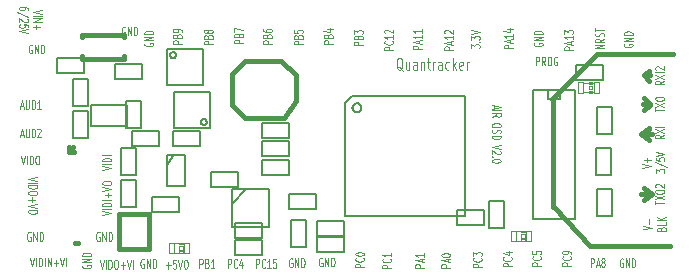
<source format=gto>
G04 (created by PCBNEW-RS274X (2011-05-25)-stable) date Thu 12 Mar 2015 10:15:44 GMT*
G01*
G70*
G90*
%MOIN*%
G04 Gerber Fmt 3.4, Leading zero omitted, Abs format*
%FSLAX34Y34*%
G04 APERTURE LIST*
%ADD10C,0.006000*%
%ADD11C,0.004900*%
%ADD12C,0.015000*%
%ADD13C,0.003900*%
%ADD14C,0.004400*%
%ADD15C,0.008000*%
%ADD16C,0.005000*%
%ADD17C,0.002600*%
%ADD18C,0.004000*%
G04 APERTURE END LIST*
G54D10*
G54D11*
X58507Y-32897D02*
X58480Y-32878D01*
X58454Y-32841D01*
X58415Y-32784D01*
X58388Y-32766D01*
X58362Y-32766D01*
X58375Y-32859D02*
X58349Y-32841D01*
X58323Y-32803D01*
X58310Y-32728D01*
X58310Y-32597D01*
X58323Y-32522D01*
X58349Y-32484D01*
X58375Y-32465D01*
X58428Y-32465D01*
X58454Y-32484D01*
X58480Y-32522D01*
X58494Y-32597D01*
X58494Y-32728D01*
X58480Y-32803D01*
X58454Y-32841D01*
X58428Y-32859D01*
X58375Y-32859D01*
X58730Y-32597D02*
X58730Y-32859D01*
X58612Y-32597D02*
X58612Y-32803D01*
X58625Y-32841D01*
X58651Y-32859D01*
X58691Y-32859D01*
X58717Y-32841D01*
X58730Y-32822D01*
X58980Y-32859D02*
X58980Y-32653D01*
X58967Y-32616D01*
X58941Y-32597D01*
X58888Y-32597D01*
X58862Y-32616D01*
X58980Y-32841D02*
X58954Y-32859D01*
X58888Y-32859D01*
X58862Y-32841D01*
X58849Y-32803D01*
X58849Y-32766D01*
X58862Y-32728D01*
X58888Y-32709D01*
X58954Y-32709D01*
X58980Y-32691D01*
X59112Y-32597D02*
X59112Y-32859D01*
X59112Y-32634D02*
X59125Y-32616D01*
X59151Y-32597D01*
X59191Y-32597D01*
X59217Y-32616D01*
X59230Y-32653D01*
X59230Y-32859D01*
X59322Y-32597D02*
X59427Y-32597D01*
X59362Y-32465D02*
X59362Y-32803D01*
X59375Y-32841D01*
X59401Y-32859D01*
X59427Y-32859D01*
X59520Y-32859D02*
X59520Y-32597D01*
X59520Y-32672D02*
X59533Y-32634D01*
X59546Y-32616D01*
X59572Y-32597D01*
X59599Y-32597D01*
X59809Y-32859D02*
X59809Y-32653D01*
X59796Y-32616D01*
X59770Y-32597D01*
X59717Y-32597D01*
X59691Y-32616D01*
X59809Y-32841D02*
X59783Y-32859D01*
X59717Y-32859D01*
X59691Y-32841D01*
X59678Y-32803D01*
X59678Y-32766D01*
X59691Y-32728D01*
X59717Y-32709D01*
X59783Y-32709D01*
X59809Y-32691D01*
X60059Y-32841D02*
X60033Y-32859D01*
X59980Y-32859D01*
X59954Y-32841D01*
X59941Y-32822D01*
X59928Y-32784D01*
X59928Y-32672D01*
X59941Y-32634D01*
X59954Y-32616D01*
X59980Y-32597D01*
X60033Y-32597D01*
X60059Y-32616D01*
X60178Y-32859D02*
X60178Y-32465D01*
X60204Y-32709D02*
X60283Y-32859D01*
X60283Y-32597D02*
X60178Y-32747D01*
X60506Y-32841D02*
X60480Y-32859D01*
X60427Y-32859D01*
X60401Y-32841D01*
X60388Y-32803D01*
X60388Y-32653D01*
X60401Y-32616D01*
X60427Y-32597D01*
X60480Y-32597D01*
X60506Y-32616D01*
X60519Y-32653D01*
X60519Y-32691D01*
X60388Y-32728D01*
X60638Y-32859D02*
X60638Y-32597D01*
X60638Y-32672D02*
X60651Y-32634D01*
X60664Y-32616D01*
X60690Y-32597D01*
X60717Y-32597D01*
X61565Y-34043D02*
X61565Y-34136D01*
X61481Y-34024D02*
X61776Y-34089D01*
X61481Y-34155D01*
X61481Y-34221D02*
X61776Y-34221D01*
X61481Y-34427D02*
X61622Y-34362D01*
X61481Y-34315D02*
X61776Y-34315D01*
X61776Y-34390D01*
X61762Y-34409D01*
X61748Y-34418D01*
X61720Y-34427D01*
X61678Y-34427D01*
X61650Y-34418D01*
X61636Y-34409D01*
X61622Y-34390D01*
X61622Y-34315D01*
X61776Y-34699D02*
X61776Y-34737D01*
X61762Y-34756D01*
X61734Y-34774D01*
X61678Y-34784D01*
X61579Y-34784D01*
X61523Y-34774D01*
X61495Y-34756D01*
X61481Y-34737D01*
X61481Y-34699D01*
X61495Y-34681D01*
X61523Y-34662D01*
X61579Y-34653D01*
X61678Y-34653D01*
X61734Y-34662D01*
X61762Y-34681D01*
X61776Y-34699D01*
X61495Y-34859D02*
X61481Y-34887D01*
X61481Y-34934D01*
X61495Y-34952D01*
X61509Y-34962D01*
X61537Y-34971D01*
X61565Y-34971D01*
X61593Y-34962D01*
X61608Y-34952D01*
X61622Y-34934D01*
X61636Y-34896D01*
X61650Y-34877D01*
X61664Y-34868D01*
X61692Y-34859D01*
X61720Y-34859D01*
X61748Y-34868D01*
X61762Y-34877D01*
X61776Y-34896D01*
X61776Y-34943D01*
X61762Y-34971D01*
X61481Y-35056D02*
X61776Y-35056D01*
X61776Y-35103D01*
X61762Y-35131D01*
X61734Y-35150D01*
X61706Y-35159D01*
X61650Y-35168D01*
X61608Y-35168D01*
X61551Y-35159D01*
X61523Y-35150D01*
X61495Y-35131D01*
X61481Y-35103D01*
X61481Y-35056D01*
X61776Y-35375D02*
X61481Y-35440D01*
X61776Y-35506D01*
X61748Y-35563D02*
X61762Y-35572D01*
X61776Y-35591D01*
X61776Y-35638D01*
X61762Y-35656D01*
X61748Y-35666D01*
X61720Y-35675D01*
X61692Y-35675D01*
X61650Y-35666D01*
X61481Y-35553D01*
X61481Y-35675D01*
X61509Y-35760D02*
X61495Y-35769D01*
X61481Y-35760D01*
X61495Y-35751D01*
X61509Y-35760D01*
X61481Y-35760D01*
X61776Y-35891D02*
X61776Y-35910D01*
X61762Y-35929D01*
X61748Y-35938D01*
X61720Y-35948D01*
X61664Y-35957D01*
X61593Y-35957D01*
X61537Y-35948D01*
X61509Y-35938D01*
X61495Y-35929D01*
X61481Y-35910D01*
X61481Y-35891D01*
X61495Y-35873D01*
X61509Y-35863D01*
X61537Y-35854D01*
X61593Y-35845D01*
X61664Y-35845D01*
X61720Y-35854D01*
X61748Y-35863D01*
X61762Y-35873D01*
X61776Y-35891D01*
X62949Y-32719D02*
X62949Y-32424D01*
X63024Y-32424D01*
X63043Y-32438D01*
X63052Y-32452D01*
X63061Y-32480D01*
X63061Y-32522D01*
X63052Y-32550D01*
X63043Y-32564D01*
X63024Y-32578D01*
X62949Y-32578D01*
X63258Y-32719D02*
X63193Y-32578D01*
X63146Y-32719D02*
X63146Y-32424D01*
X63221Y-32424D01*
X63240Y-32438D01*
X63249Y-32452D01*
X63258Y-32480D01*
X63258Y-32522D01*
X63249Y-32550D01*
X63240Y-32564D01*
X63221Y-32578D01*
X63146Y-32578D01*
X63380Y-32424D02*
X63418Y-32424D01*
X63437Y-32438D01*
X63455Y-32466D01*
X63465Y-32522D01*
X63465Y-32621D01*
X63455Y-32677D01*
X63437Y-32705D01*
X63418Y-32719D01*
X63380Y-32719D01*
X63362Y-32705D01*
X63343Y-32677D01*
X63334Y-32621D01*
X63334Y-32522D01*
X63343Y-32466D01*
X63362Y-32438D01*
X63380Y-32424D01*
X63652Y-32438D02*
X63633Y-32424D01*
X63605Y-32424D01*
X63577Y-32438D01*
X63558Y-32466D01*
X63549Y-32494D01*
X63540Y-32550D01*
X63540Y-32592D01*
X63549Y-32649D01*
X63558Y-32677D01*
X63577Y-32705D01*
X63605Y-32719D01*
X63624Y-32719D01*
X63652Y-32705D01*
X63661Y-32691D01*
X63661Y-32592D01*
X63624Y-32592D01*
G54D12*
X66800Y-37000D02*
X66550Y-37200D01*
X66800Y-37000D02*
X66550Y-36800D01*
X66450Y-37000D02*
X66800Y-37000D01*
X66450Y-35000D02*
X66700Y-35200D01*
X66700Y-34800D02*
X66700Y-34850D01*
X66450Y-35000D02*
X66700Y-34800D01*
X66800Y-35000D02*
X66450Y-35000D01*
X66750Y-34050D02*
X66550Y-34200D01*
X66750Y-34000D02*
X66550Y-33800D01*
X66700Y-34000D02*
X66750Y-34000D01*
X66500Y-34000D02*
X66700Y-34000D01*
X66550Y-33050D02*
X66700Y-33250D01*
X66700Y-32900D02*
X66550Y-33050D01*
X66550Y-33050D02*
X66700Y-32900D01*
X66550Y-33050D02*
X66750Y-33050D01*
G54D11*
X67219Y-33224D02*
X67078Y-33289D01*
X67219Y-33336D02*
X66924Y-33336D01*
X66924Y-33261D01*
X66938Y-33242D01*
X66952Y-33233D01*
X66980Y-33224D01*
X67022Y-33224D01*
X67050Y-33233D01*
X67064Y-33242D01*
X67078Y-33261D01*
X67078Y-33336D01*
X66924Y-33158D02*
X67219Y-33027D01*
X66924Y-33027D02*
X67219Y-33158D01*
X67219Y-32951D02*
X66924Y-32951D01*
X66952Y-32866D02*
X66938Y-32857D01*
X66924Y-32838D01*
X66924Y-32791D01*
X66938Y-32773D01*
X66952Y-32763D01*
X66980Y-32754D01*
X67008Y-32754D01*
X67050Y-32763D01*
X67219Y-32876D01*
X67219Y-32754D01*
X66924Y-34253D02*
X66924Y-34141D01*
X67219Y-34197D02*
X66924Y-34197D01*
X66924Y-34094D02*
X67219Y-33963D01*
X66924Y-33963D02*
X67219Y-34094D01*
X66924Y-33850D02*
X66924Y-33812D01*
X66938Y-33793D01*
X66966Y-33775D01*
X67022Y-33765D01*
X67121Y-33765D01*
X67177Y-33775D01*
X67205Y-33793D01*
X67219Y-33812D01*
X67219Y-33850D01*
X67205Y-33868D01*
X67177Y-33887D01*
X67121Y-33896D01*
X67022Y-33896D01*
X66966Y-33887D01*
X66938Y-33868D01*
X66924Y-33850D01*
X67219Y-35030D02*
X67078Y-35095D01*
X67219Y-35142D02*
X66924Y-35142D01*
X66924Y-35067D01*
X66938Y-35048D01*
X66952Y-35039D01*
X66980Y-35030D01*
X67022Y-35030D01*
X67050Y-35039D01*
X67064Y-35048D01*
X67078Y-35067D01*
X67078Y-35142D01*
X66924Y-34964D02*
X67219Y-34833D01*
X66924Y-34833D02*
X67219Y-34964D01*
X67219Y-34757D02*
X66924Y-34757D01*
X66924Y-37347D02*
X66924Y-37235D01*
X67219Y-37291D02*
X66924Y-37291D01*
X66924Y-37188D02*
X67219Y-37057D01*
X66924Y-37057D02*
X67219Y-37188D01*
X66924Y-36944D02*
X66924Y-36906D01*
X66938Y-36887D01*
X66966Y-36869D01*
X67022Y-36859D01*
X67121Y-36859D01*
X67177Y-36869D01*
X67205Y-36887D01*
X67219Y-36906D01*
X67219Y-36944D01*
X67205Y-36962D01*
X67177Y-36981D01*
X67121Y-36990D01*
X67022Y-36990D01*
X66966Y-36981D01*
X66938Y-36962D01*
X66924Y-36944D01*
X66952Y-36784D02*
X66938Y-36775D01*
X66924Y-36756D01*
X66924Y-36709D01*
X66938Y-36691D01*
X66952Y-36681D01*
X66980Y-36672D01*
X67008Y-36672D01*
X67050Y-36681D01*
X67219Y-36794D01*
X67219Y-36672D01*
X66474Y-36137D02*
X66769Y-36072D01*
X66474Y-36006D01*
X66657Y-35940D02*
X66657Y-35790D01*
X66769Y-35865D02*
X66544Y-35865D01*
X66936Y-36297D02*
X66936Y-36175D01*
X67048Y-36241D01*
X67048Y-36212D01*
X67062Y-36194D01*
X67076Y-36184D01*
X67104Y-36175D01*
X67175Y-36175D01*
X67203Y-36184D01*
X67217Y-36194D01*
X67231Y-36212D01*
X67231Y-36269D01*
X67217Y-36287D01*
X67203Y-36297D01*
X66922Y-35949D02*
X67301Y-36118D01*
X66936Y-35790D02*
X66936Y-35884D01*
X67076Y-35893D01*
X67062Y-35884D01*
X67048Y-35865D01*
X67048Y-35818D01*
X67062Y-35800D01*
X67076Y-35790D01*
X67104Y-35781D01*
X67175Y-35781D01*
X67203Y-35790D01*
X67217Y-35800D01*
X67231Y-35818D01*
X67231Y-35865D01*
X67217Y-35884D01*
X67203Y-35893D01*
X66936Y-35724D02*
X67231Y-35659D01*
X66936Y-35593D01*
X66524Y-38187D02*
X66819Y-38122D01*
X66524Y-38056D01*
X66707Y-37990D02*
X66707Y-37840D01*
X67126Y-38163D02*
X67140Y-38135D01*
X67154Y-38126D01*
X67183Y-38117D01*
X67225Y-38117D01*
X67253Y-38126D01*
X67267Y-38135D01*
X67281Y-38154D01*
X67281Y-38229D01*
X66986Y-38229D01*
X66986Y-38163D01*
X67000Y-38145D01*
X67014Y-38135D01*
X67042Y-38126D01*
X67070Y-38126D01*
X67098Y-38135D01*
X67112Y-38145D01*
X67126Y-38163D01*
X67126Y-38229D01*
X67281Y-37938D02*
X67281Y-38032D01*
X66986Y-38032D01*
X67281Y-37873D02*
X66986Y-37873D01*
X67281Y-37761D02*
X67112Y-37845D01*
X66986Y-37761D02*
X67154Y-37873D01*
G54D12*
X63500Y-33850D02*
X63500Y-37450D01*
X65000Y-32350D02*
X67500Y-32350D01*
X64750Y-38750D02*
X63550Y-37450D01*
X67400Y-38750D02*
X64750Y-38750D01*
G54D11*
X65850Y-39163D02*
X65831Y-39149D01*
X65803Y-39149D01*
X65775Y-39163D01*
X65756Y-39191D01*
X65747Y-39219D01*
X65738Y-39275D01*
X65738Y-39317D01*
X65747Y-39374D01*
X65756Y-39402D01*
X65775Y-39430D01*
X65803Y-39444D01*
X65822Y-39444D01*
X65850Y-39430D01*
X65859Y-39416D01*
X65859Y-39317D01*
X65822Y-39317D01*
X65944Y-39444D02*
X65944Y-39149D01*
X66056Y-39444D01*
X66056Y-39149D01*
X66150Y-39444D02*
X66150Y-39149D01*
X66197Y-39149D01*
X66225Y-39163D01*
X66244Y-39191D01*
X66253Y-39219D01*
X66262Y-39275D01*
X66262Y-39317D01*
X66253Y-39374D01*
X66244Y-39402D01*
X66225Y-39430D01*
X66197Y-39444D01*
X66150Y-39444D01*
X64770Y-39444D02*
X64770Y-39149D01*
X64845Y-39149D01*
X64864Y-39163D01*
X64873Y-39177D01*
X64882Y-39205D01*
X64882Y-39247D01*
X64873Y-39275D01*
X64864Y-39289D01*
X64845Y-39303D01*
X64770Y-39303D01*
X64958Y-39360D02*
X65051Y-39360D01*
X64939Y-39444D02*
X65004Y-39149D01*
X65070Y-39444D01*
X65164Y-39275D02*
X65145Y-39261D01*
X65136Y-39247D01*
X65127Y-39219D01*
X65127Y-39205D01*
X65136Y-39177D01*
X65145Y-39163D01*
X65164Y-39149D01*
X65202Y-39149D01*
X65220Y-39163D01*
X65230Y-39177D01*
X65239Y-39205D01*
X65239Y-39219D01*
X65230Y-39247D01*
X65220Y-39261D01*
X65202Y-39275D01*
X65164Y-39275D01*
X65145Y-39289D01*
X65136Y-39303D01*
X65127Y-39332D01*
X65127Y-39388D01*
X65136Y-39416D01*
X65145Y-39430D01*
X65164Y-39444D01*
X65202Y-39444D01*
X65220Y-39430D01*
X65230Y-39416D01*
X65239Y-39388D01*
X65239Y-39332D01*
X65230Y-39303D01*
X65220Y-39289D01*
X65202Y-39275D01*
X64119Y-39394D02*
X63824Y-39394D01*
X63824Y-39319D01*
X63838Y-39300D01*
X63852Y-39291D01*
X63880Y-39282D01*
X63922Y-39282D01*
X63950Y-39291D01*
X63964Y-39300D01*
X63978Y-39319D01*
X63978Y-39394D01*
X64091Y-39085D02*
X64105Y-39094D01*
X64119Y-39122D01*
X64119Y-39141D01*
X64105Y-39169D01*
X64077Y-39188D01*
X64049Y-39197D01*
X63992Y-39206D01*
X63950Y-39206D01*
X63894Y-39197D01*
X63866Y-39188D01*
X63838Y-39169D01*
X63824Y-39141D01*
X63824Y-39122D01*
X63838Y-39094D01*
X63852Y-39085D01*
X64119Y-38991D02*
X64119Y-38953D01*
X64105Y-38934D01*
X64091Y-38925D01*
X64049Y-38906D01*
X63992Y-38897D01*
X63880Y-38897D01*
X63852Y-38906D01*
X63838Y-38916D01*
X63824Y-38934D01*
X63824Y-38972D01*
X63838Y-38991D01*
X63852Y-39000D01*
X63880Y-39009D01*
X63950Y-39009D01*
X63978Y-39000D01*
X63992Y-38991D01*
X64007Y-38972D01*
X64007Y-38934D01*
X63992Y-38916D01*
X63978Y-38906D01*
X63950Y-38897D01*
X63119Y-39394D02*
X62824Y-39394D01*
X62824Y-39319D01*
X62838Y-39300D01*
X62852Y-39291D01*
X62880Y-39282D01*
X62922Y-39282D01*
X62950Y-39291D01*
X62964Y-39300D01*
X62978Y-39319D01*
X62978Y-39394D01*
X63091Y-39085D02*
X63105Y-39094D01*
X63119Y-39122D01*
X63119Y-39141D01*
X63105Y-39169D01*
X63077Y-39188D01*
X63049Y-39197D01*
X62992Y-39206D01*
X62950Y-39206D01*
X62894Y-39197D01*
X62866Y-39188D01*
X62838Y-39169D01*
X62824Y-39141D01*
X62824Y-39122D01*
X62838Y-39094D01*
X62852Y-39085D01*
X62824Y-38906D02*
X62824Y-39000D01*
X62964Y-39009D01*
X62950Y-39000D01*
X62936Y-38981D01*
X62936Y-38934D01*
X62950Y-38916D01*
X62964Y-38906D01*
X62992Y-38897D01*
X63063Y-38897D01*
X63091Y-38906D01*
X63105Y-38916D01*
X63119Y-38934D01*
X63119Y-38981D01*
X63105Y-39000D01*
X63091Y-39009D01*
X62144Y-39419D02*
X61849Y-39419D01*
X61849Y-39344D01*
X61863Y-39325D01*
X61877Y-39316D01*
X61905Y-39307D01*
X61947Y-39307D01*
X61975Y-39316D01*
X61989Y-39325D01*
X62003Y-39344D01*
X62003Y-39419D01*
X62116Y-39110D02*
X62130Y-39119D01*
X62144Y-39147D01*
X62144Y-39166D01*
X62130Y-39194D01*
X62102Y-39213D01*
X62074Y-39222D01*
X62017Y-39231D01*
X61975Y-39231D01*
X61919Y-39222D01*
X61891Y-39213D01*
X61863Y-39194D01*
X61849Y-39166D01*
X61849Y-39147D01*
X61863Y-39119D01*
X61877Y-39110D01*
X61947Y-38941D02*
X62144Y-38941D01*
X61835Y-38988D02*
X62046Y-39034D01*
X62046Y-38913D01*
X61144Y-39444D02*
X60849Y-39444D01*
X60849Y-39369D01*
X60863Y-39350D01*
X60877Y-39341D01*
X60905Y-39332D01*
X60947Y-39332D01*
X60975Y-39341D01*
X60989Y-39350D01*
X61003Y-39369D01*
X61003Y-39444D01*
X61116Y-39135D02*
X61130Y-39144D01*
X61144Y-39172D01*
X61144Y-39191D01*
X61130Y-39219D01*
X61102Y-39238D01*
X61074Y-39247D01*
X61017Y-39256D01*
X60975Y-39256D01*
X60919Y-39247D01*
X60891Y-39238D01*
X60863Y-39219D01*
X60849Y-39191D01*
X60849Y-39172D01*
X60863Y-39144D01*
X60877Y-39135D01*
X60849Y-39069D02*
X60849Y-38947D01*
X60961Y-39013D01*
X60961Y-38984D01*
X60975Y-38966D01*
X60989Y-38956D01*
X61017Y-38947D01*
X61088Y-38947D01*
X61116Y-38956D01*
X61130Y-38966D01*
X61144Y-38984D01*
X61144Y-39041D01*
X61130Y-39059D01*
X61116Y-39069D01*
X60094Y-39455D02*
X59799Y-39455D01*
X59799Y-39380D01*
X59813Y-39361D01*
X59827Y-39352D01*
X59855Y-39343D01*
X59897Y-39343D01*
X59925Y-39352D01*
X59939Y-39361D01*
X59953Y-39380D01*
X59953Y-39455D01*
X60010Y-39267D02*
X60010Y-39174D01*
X60094Y-39286D02*
X59799Y-39221D01*
X60094Y-39155D01*
X59799Y-39052D02*
X59799Y-39033D01*
X59813Y-39014D01*
X59827Y-39005D01*
X59855Y-38995D01*
X59911Y-38986D01*
X59982Y-38986D01*
X60038Y-38995D01*
X60066Y-39005D01*
X60080Y-39014D01*
X60094Y-39033D01*
X60094Y-39052D01*
X60080Y-39070D01*
X60066Y-39080D01*
X60038Y-39089D01*
X59982Y-39098D01*
X59911Y-39098D01*
X59855Y-39089D01*
X59827Y-39080D01*
X59813Y-39070D01*
X59799Y-39052D01*
X59219Y-39455D02*
X58924Y-39455D01*
X58924Y-39380D01*
X58938Y-39361D01*
X58952Y-39352D01*
X58980Y-39343D01*
X59022Y-39343D01*
X59050Y-39352D01*
X59064Y-39361D01*
X59078Y-39380D01*
X59078Y-39455D01*
X59135Y-39267D02*
X59135Y-39174D01*
X59219Y-39286D02*
X58924Y-39221D01*
X59219Y-39155D01*
X59219Y-38986D02*
X59219Y-39098D01*
X59219Y-39042D02*
X58924Y-39042D01*
X58966Y-39061D01*
X58994Y-39080D01*
X59008Y-39098D01*
X58119Y-39469D02*
X57824Y-39469D01*
X57824Y-39394D01*
X57838Y-39375D01*
X57852Y-39366D01*
X57880Y-39357D01*
X57922Y-39357D01*
X57950Y-39366D01*
X57964Y-39375D01*
X57978Y-39394D01*
X57978Y-39469D01*
X58091Y-39160D02*
X58105Y-39169D01*
X58119Y-39197D01*
X58119Y-39216D01*
X58105Y-39244D01*
X58077Y-39263D01*
X58049Y-39272D01*
X57992Y-39281D01*
X57950Y-39281D01*
X57894Y-39272D01*
X57866Y-39263D01*
X57838Y-39244D01*
X57824Y-39216D01*
X57824Y-39197D01*
X57838Y-39169D01*
X57852Y-39160D01*
X58119Y-38972D02*
X58119Y-39084D01*
X58119Y-39028D02*
X57824Y-39028D01*
X57866Y-39047D01*
X57894Y-39066D01*
X57908Y-39084D01*
X57219Y-39444D02*
X56924Y-39444D01*
X56924Y-39369D01*
X56938Y-39350D01*
X56952Y-39341D01*
X56980Y-39332D01*
X57022Y-39332D01*
X57050Y-39341D01*
X57064Y-39350D01*
X57078Y-39369D01*
X57078Y-39444D01*
X57191Y-39135D02*
X57205Y-39144D01*
X57219Y-39172D01*
X57219Y-39191D01*
X57205Y-39219D01*
X57177Y-39238D01*
X57149Y-39247D01*
X57092Y-39256D01*
X57050Y-39256D01*
X56994Y-39247D01*
X56966Y-39238D01*
X56938Y-39219D01*
X56924Y-39191D01*
X56924Y-39172D01*
X56938Y-39144D01*
X56952Y-39135D01*
X56924Y-39013D02*
X56924Y-38994D01*
X56938Y-38975D01*
X56952Y-38966D01*
X56980Y-38956D01*
X57036Y-38947D01*
X57107Y-38947D01*
X57163Y-38956D01*
X57191Y-38966D01*
X57205Y-38975D01*
X57219Y-38994D01*
X57219Y-39013D01*
X57205Y-39031D01*
X57191Y-39041D01*
X57163Y-39050D01*
X57107Y-39059D01*
X57036Y-39059D01*
X56980Y-39050D01*
X56952Y-39041D01*
X56938Y-39031D01*
X56924Y-39013D01*
X55825Y-39138D02*
X55806Y-39124D01*
X55778Y-39124D01*
X55750Y-39138D01*
X55731Y-39166D01*
X55722Y-39194D01*
X55713Y-39250D01*
X55713Y-39292D01*
X55722Y-39349D01*
X55731Y-39377D01*
X55750Y-39405D01*
X55778Y-39419D01*
X55797Y-39419D01*
X55825Y-39405D01*
X55834Y-39391D01*
X55834Y-39292D01*
X55797Y-39292D01*
X55919Y-39419D02*
X55919Y-39124D01*
X56031Y-39419D01*
X56031Y-39124D01*
X56125Y-39419D02*
X56125Y-39124D01*
X56172Y-39124D01*
X56200Y-39138D01*
X56219Y-39166D01*
X56228Y-39194D01*
X56237Y-39250D01*
X56237Y-39292D01*
X56228Y-39349D01*
X56219Y-39377D01*
X56200Y-39405D01*
X56172Y-39419D01*
X56125Y-39419D01*
X54825Y-39163D02*
X54806Y-39149D01*
X54778Y-39149D01*
X54750Y-39163D01*
X54731Y-39191D01*
X54722Y-39219D01*
X54713Y-39275D01*
X54713Y-39317D01*
X54722Y-39374D01*
X54731Y-39402D01*
X54750Y-39430D01*
X54778Y-39444D01*
X54797Y-39444D01*
X54825Y-39430D01*
X54834Y-39416D01*
X54834Y-39317D01*
X54797Y-39317D01*
X54919Y-39444D02*
X54919Y-39149D01*
X55031Y-39444D01*
X55031Y-39149D01*
X55125Y-39444D02*
X55125Y-39149D01*
X55172Y-39149D01*
X55200Y-39163D01*
X55219Y-39191D01*
X55228Y-39219D01*
X55237Y-39275D01*
X55237Y-39317D01*
X55228Y-39374D01*
X55219Y-39402D01*
X55200Y-39430D01*
X55172Y-39444D01*
X55125Y-39444D01*
X53612Y-39469D02*
X53612Y-39174D01*
X53687Y-39174D01*
X53706Y-39188D01*
X53715Y-39202D01*
X53724Y-39230D01*
X53724Y-39272D01*
X53715Y-39300D01*
X53706Y-39314D01*
X53687Y-39328D01*
X53612Y-39328D01*
X53921Y-39441D02*
X53912Y-39455D01*
X53884Y-39469D01*
X53865Y-39469D01*
X53837Y-39455D01*
X53818Y-39427D01*
X53809Y-39399D01*
X53800Y-39342D01*
X53800Y-39300D01*
X53809Y-39244D01*
X53818Y-39216D01*
X53837Y-39188D01*
X53865Y-39174D01*
X53884Y-39174D01*
X53912Y-39188D01*
X53921Y-39202D01*
X54109Y-39469D02*
X53997Y-39469D01*
X54053Y-39469D02*
X54053Y-39174D01*
X54034Y-39216D01*
X54015Y-39244D01*
X53997Y-39258D01*
X54288Y-39174D02*
X54194Y-39174D01*
X54185Y-39314D01*
X54194Y-39300D01*
X54213Y-39286D01*
X54260Y-39286D01*
X54278Y-39300D01*
X54288Y-39314D01*
X54297Y-39342D01*
X54297Y-39413D01*
X54288Y-39441D01*
X54278Y-39455D01*
X54260Y-39469D01*
X54213Y-39469D01*
X54194Y-39455D01*
X54185Y-39441D01*
X52681Y-39469D02*
X52681Y-39174D01*
X52756Y-39174D01*
X52775Y-39188D01*
X52784Y-39202D01*
X52793Y-39230D01*
X52793Y-39272D01*
X52784Y-39300D01*
X52775Y-39314D01*
X52756Y-39328D01*
X52681Y-39328D01*
X52990Y-39441D02*
X52981Y-39455D01*
X52953Y-39469D01*
X52934Y-39469D01*
X52906Y-39455D01*
X52887Y-39427D01*
X52878Y-39399D01*
X52869Y-39342D01*
X52869Y-39300D01*
X52878Y-39244D01*
X52887Y-39216D01*
X52906Y-39188D01*
X52934Y-39174D01*
X52953Y-39174D01*
X52981Y-39188D01*
X52990Y-39202D01*
X53159Y-39272D02*
X53159Y-39469D01*
X53112Y-39160D02*
X53066Y-39371D01*
X53187Y-39371D01*
X50619Y-39382D02*
X50769Y-39382D01*
X50694Y-39494D02*
X50694Y-39269D01*
X50957Y-39199D02*
X50863Y-39199D01*
X50854Y-39339D01*
X50863Y-39325D01*
X50882Y-39311D01*
X50929Y-39311D01*
X50947Y-39325D01*
X50957Y-39339D01*
X50966Y-39367D01*
X50966Y-39438D01*
X50957Y-39466D01*
X50947Y-39480D01*
X50929Y-39494D01*
X50882Y-39494D01*
X50863Y-39480D01*
X50854Y-39466D01*
X51023Y-39199D02*
X51088Y-39494D01*
X51154Y-39199D01*
X51257Y-39199D02*
X51295Y-39199D01*
X51314Y-39213D01*
X51332Y-39241D01*
X51342Y-39297D01*
X51342Y-39396D01*
X51332Y-39452D01*
X51314Y-39480D01*
X51295Y-39494D01*
X51257Y-39494D01*
X51239Y-39480D01*
X51220Y-39452D01*
X51211Y-39396D01*
X51211Y-39297D01*
X51220Y-39241D01*
X51239Y-39213D01*
X51257Y-39199D01*
X49875Y-39188D02*
X49856Y-39174D01*
X49828Y-39174D01*
X49800Y-39188D01*
X49781Y-39216D01*
X49772Y-39244D01*
X49763Y-39300D01*
X49763Y-39342D01*
X49772Y-39399D01*
X49781Y-39427D01*
X49800Y-39455D01*
X49828Y-39469D01*
X49847Y-39469D01*
X49875Y-39455D01*
X49884Y-39441D01*
X49884Y-39342D01*
X49847Y-39342D01*
X49969Y-39469D02*
X49969Y-39174D01*
X50081Y-39469D01*
X50081Y-39174D01*
X50175Y-39469D02*
X50175Y-39174D01*
X50222Y-39174D01*
X50250Y-39188D01*
X50269Y-39216D01*
X50278Y-39244D01*
X50287Y-39300D01*
X50287Y-39342D01*
X50278Y-39399D01*
X50269Y-39427D01*
X50250Y-39455D01*
X50222Y-39469D01*
X50175Y-39469D01*
X47838Y-39375D02*
X47824Y-39394D01*
X47824Y-39422D01*
X47838Y-39450D01*
X47866Y-39469D01*
X47894Y-39478D01*
X47950Y-39487D01*
X47992Y-39487D01*
X48049Y-39478D01*
X48077Y-39469D01*
X48105Y-39450D01*
X48119Y-39422D01*
X48119Y-39403D01*
X48105Y-39375D01*
X48091Y-39366D01*
X47992Y-39366D01*
X47992Y-39403D01*
X48119Y-39281D02*
X47824Y-39281D01*
X48119Y-39169D01*
X47824Y-39169D01*
X48119Y-39075D02*
X47824Y-39075D01*
X47824Y-39028D01*
X47838Y-39000D01*
X47866Y-38981D01*
X47894Y-38972D01*
X47950Y-38963D01*
X47992Y-38963D01*
X48049Y-38972D01*
X48077Y-38981D01*
X48105Y-39000D01*
X48119Y-39028D01*
X48119Y-39075D01*
X48408Y-39199D02*
X48473Y-39494D01*
X48539Y-39199D01*
X48605Y-39494D02*
X48605Y-39199D01*
X48699Y-39494D02*
X48699Y-39199D01*
X48746Y-39199D01*
X48774Y-39213D01*
X48793Y-39241D01*
X48802Y-39269D01*
X48811Y-39325D01*
X48811Y-39367D01*
X48802Y-39424D01*
X48793Y-39452D01*
X48774Y-39480D01*
X48746Y-39494D01*
X48699Y-39494D01*
X48933Y-39199D02*
X48971Y-39199D01*
X48990Y-39213D01*
X49008Y-39241D01*
X49018Y-39297D01*
X49018Y-39396D01*
X49008Y-39452D01*
X48990Y-39480D01*
X48971Y-39494D01*
X48933Y-39494D01*
X48915Y-39480D01*
X48896Y-39452D01*
X48887Y-39396D01*
X48887Y-39297D01*
X48896Y-39241D01*
X48915Y-39213D01*
X48933Y-39199D01*
X49102Y-39382D02*
X49252Y-39382D01*
X49177Y-39494D02*
X49177Y-39269D01*
X49318Y-39199D02*
X49383Y-39494D01*
X49449Y-39199D01*
X49515Y-39494D02*
X49515Y-39199D01*
X46086Y-39124D02*
X46151Y-39419D01*
X46217Y-39124D01*
X46283Y-39419D02*
X46283Y-39124D01*
X46377Y-39419D02*
X46377Y-39124D01*
X46424Y-39124D01*
X46452Y-39138D01*
X46471Y-39166D01*
X46480Y-39194D01*
X46489Y-39250D01*
X46489Y-39292D01*
X46480Y-39349D01*
X46471Y-39377D01*
X46452Y-39405D01*
X46424Y-39419D01*
X46377Y-39419D01*
X46574Y-39419D02*
X46574Y-39124D01*
X46668Y-39419D02*
X46668Y-39124D01*
X46780Y-39419D01*
X46780Y-39124D01*
X46874Y-39307D02*
X47024Y-39307D01*
X46949Y-39419D02*
X46949Y-39194D01*
X47090Y-39124D02*
X47155Y-39419D01*
X47221Y-39124D01*
X47287Y-39419D02*
X47287Y-39124D01*
G54D12*
X47675Y-38650D02*
X47575Y-38650D01*
G54D11*
X46326Y-36427D02*
X46031Y-36492D01*
X46326Y-36558D01*
X46031Y-36624D02*
X46326Y-36624D01*
X46031Y-36718D02*
X46326Y-36718D01*
X46326Y-36765D01*
X46312Y-36793D01*
X46284Y-36812D01*
X46256Y-36821D01*
X46200Y-36830D01*
X46158Y-36830D01*
X46101Y-36821D01*
X46073Y-36812D01*
X46045Y-36793D01*
X46031Y-36765D01*
X46031Y-36718D01*
X46326Y-36952D02*
X46326Y-36990D01*
X46312Y-37009D01*
X46284Y-37027D01*
X46228Y-37037D01*
X46129Y-37037D01*
X46073Y-37027D01*
X46045Y-37009D01*
X46031Y-36990D01*
X46031Y-36952D01*
X46045Y-36934D01*
X46073Y-36915D01*
X46129Y-36906D01*
X46228Y-36906D01*
X46284Y-36915D01*
X46312Y-36934D01*
X46326Y-36952D01*
X46143Y-37121D02*
X46143Y-37271D01*
X46031Y-37196D02*
X46256Y-37196D01*
X46326Y-37337D02*
X46031Y-37402D01*
X46326Y-37468D01*
X46326Y-37571D02*
X46326Y-37609D01*
X46312Y-37628D01*
X46284Y-37646D01*
X46228Y-37656D01*
X46129Y-37656D01*
X46073Y-37646D01*
X46045Y-37628D01*
X46031Y-37609D01*
X46031Y-37571D01*
X46045Y-37553D01*
X46073Y-37534D01*
X46129Y-37525D01*
X46228Y-37525D01*
X46284Y-37534D01*
X46312Y-37553D01*
X46326Y-37571D01*
X48499Y-37692D02*
X48794Y-37627D01*
X48499Y-37561D01*
X48794Y-37495D02*
X48499Y-37495D01*
X48794Y-37401D02*
X48499Y-37401D01*
X48499Y-37354D01*
X48513Y-37326D01*
X48541Y-37307D01*
X48569Y-37298D01*
X48625Y-37289D01*
X48667Y-37289D01*
X48724Y-37298D01*
X48752Y-37307D01*
X48780Y-37326D01*
X48794Y-37354D01*
X48794Y-37401D01*
X48794Y-37204D02*
X48499Y-37204D01*
X48682Y-37110D02*
X48682Y-36960D01*
X48794Y-37035D02*
X48569Y-37035D01*
X48499Y-36894D02*
X48794Y-36829D01*
X48499Y-36763D01*
X48499Y-36660D02*
X48499Y-36622D01*
X48513Y-36603D01*
X48541Y-36585D01*
X48597Y-36575D01*
X48696Y-36575D01*
X48752Y-36585D01*
X48780Y-36603D01*
X48794Y-36622D01*
X48794Y-36660D01*
X48780Y-36678D01*
X48752Y-36697D01*
X48696Y-36706D01*
X48597Y-36706D01*
X48541Y-36697D01*
X48513Y-36678D01*
X48499Y-36660D01*
X48400Y-38288D02*
X48381Y-38274D01*
X48353Y-38274D01*
X48325Y-38288D01*
X48306Y-38316D01*
X48297Y-38344D01*
X48288Y-38400D01*
X48288Y-38442D01*
X48297Y-38499D01*
X48306Y-38527D01*
X48325Y-38555D01*
X48353Y-38569D01*
X48372Y-38569D01*
X48400Y-38555D01*
X48409Y-38541D01*
X48409Y-38442D01*
X48372Y-38442D01*
X48494Y-38569D02*
X48494Y-38274D01*
X48606Y-38569D01*
X48606Y-38274D01*
X48700Y-38569D02*
X48700Y-38274D01*
X48747Y-38274D01*
X48775Y-38288D01*
X48794Y-38316D01*
X48803Y-38344D01*
X48812Y-38400D01*
X48812Y-38442D01*
X48803Y-38499D01*
X48794Y-38527D01*
X48775Y-38555D01*
X48747Y-38569D01*
X48700Y-38569D01*
X46100Y-38288D02*
X46081Y-38274D01*
X46053Y-38274D01*
X46025Y-38288D01*
X46006Y-38316D01*
X45997Y-38344D01*
X45988Y-38400D01*
X45988Y-38442D01*
X45997Y-38499D01*
X46006Y-38527D01*
X46025Y-38555D01*
X46053Y-38569D01*
X46072Y-38569D01*
X46100Y-38555D01*
X46109Y-38541D01*
X46109Y-38442D01*
X46072Y-38442D01*
X46194Y-38569D02*
X46194Y-38274D01*
X46306Y-38569D01*
X46306Y-38274D01*
X46400Y-38569D02*
X46400Y-38274D01*
X46447Y-38274D01*
X46475Y-38288D01*
X46494Y-38316D01*
X46503Y-38344D01*
X46512Y-38400D01*
X46512Y-38442D01*
X46503Y-38499D01*
X46494Y-38527D01*
X46475Y-38555D01*
X46447Y-38569D01*
X46400Y-38569D01*
G54D12*
X47375Y-35600D02*
X47550Y-35600D01*
X47375Y-35600D02*
X47375Y-35425D01*
X47525Y-35425D02*
X47375Y-35600D01*
G54D11*
X45786Y-35724D02*
X45851Y-36019D01*
X45917Y-35724D01*
X45983Y-36019D02*
X45983Y-35724D01*
X46077Y-36019D02*
X46077Y-35724D01*
X46124Y-35724D01*
X46152Y-35738D01*
X46171Y-35766D01*
X46180Y-35794D01*
X46189Y-35850D01*
X46189Y-35892D01*
X46180Y-35949D01*
X46171Y-35977D01*
X46152Y-36005D01*
X46124Y-36019D01*
X46077Y-36019D01*
X46311Y-35724D02*
X46349Y-35724D01*
X46368Y-35738D01*
X46386Y-35766D01*
X46396Y-35822D01*
X46396Y-35921D01*
X46386Y-35977D01*
X46368Y-36005D01*
X46349Y-36019D01*
X46311Y-36019D01*
X46293Y-36005D01*
X46274Y-35977D01*
X46265Y-35921D01*
X46265Y-35822D01*
X46274Y-35766D01*
X46293Y-35738D01*
X46311Y-35724D01*
X48499Y-36208D02*
X48794Y-36143D01*
X48499Y-36077D01*
X48794Y-36011D02*
X48499Y-36011D01*
X48794Y-35917D02*
X48499Y-35917D01*
X48499Y-35870D01*
X48513Y-35842D01*
X48541Y-35823D01*
X48569Y-35814D01*
X48625Y-35805D01*
X48667Y-35805D01*
X48724Y-35814D01*
X48752Y-35823D01*
X48780Y-35842D01*
X48794Y-35870D01*
X48794Y-35917D01*
X48794Y-35720D02*
X48499Y-35720D01*
X45758Y-35035D02*
X45851Y-35035D01*
X45739Y-35119D02*
X45804Y-34824D01*
X45870Y-35119D01*
X45936Y-34824D02*
X45936Y-35063D01*
X45945Y-35091D01*
X45955Y-35105D01*
X45973Y-35119D01*
X46011Y-35119D01*
X46030Y-35105D01*
X46039Y-35091D01*
X46048Y-35063D01*
X46048Y-34824D01*
X46142Y-35119D02*
X46142Y-34824D01*
X46189Y-34824D01*
X46217Y-34838D01*
X46236Y-34866D01*
X46245Y-34894D01*
X46254Y-34950D01*
X46254Y-34992D01*
X46245Y-35049D01*
X46236Y-35077D01*
X46217Y-35105D01*
X46189Y-35119D01*
X46142Y-35119D01*
X46330Y-34852D02*
X46339Y-34838D01*
X46358Y-34824D01*
X46405Y-34824D01*
X46423Y-34838D01*
X46433Y-34852D01*
X46442Y-34880D01*
X46442Y-34908D01*
X46433Y-34950D01*
X46320Y-35119D01*
X46442Y-35119D01*
X45758Y-34085D02*
X45851Y-34085D01*
X45739Y-34169D02*
X45804Y-33874D01*
X45870Y-34169D01*
X45936Y-33874D02*
X45936Y-34113D01*
X45945Y-34141D01*
X45955Y-34155D01*
X45973Y-34169D01*
X46011Y-34169D01*
X46030Y-34155D01*
X46039Y-34141D01*
X46048Y-34113D01*
X46048Y-33874D01*
X46142Y-34169D02*
X46142Y-33874D01*
X46189Y-33874D01*
X46217Y-33888D01*
X46236Y-33916D01*
X46245Y-33944D01*
X46254Y-34000D01*
X46254Y-34042D01*
X46245Y-34099D01*
X46236Y-34127D01*
X46217Y-34155D01*
X46189Y-34169D01*
X46142Y-34169D01*
X46442Y-34169D02*
X46330Y-34169D01*
X46386Y-34169D02*
X46386Y-33874D01*
X46367Y-33916D01*
X46348Y-33944D01*
X46330Y-33958D01*
X51731Y-39469D02*
X51731Y-39174D01*
X51806Y-39174D01*
X51825Y-39188D01*
X51834Y-39202D01*
X51843Y-39230D01*
X51843Y-39272D01*
X51834Y-39300D01*
X51825Y-39314D01*
X51806Y-39328D01*
X51731Y-39328D01*
X51994Y-39314D02*
X52022Y-39328D01*
X52031Y-39342D01*
X52040Y-39371D01*
X52040Y-39413D01*
X52031Y-39441D01*
X52022Y-39455D01*
X52003Y-39469D01*
X51928Y-39469D01*
X51928Y-39174D01*
X51994Y-39174D01*
X52012Y-39188D01*
X52022Y-39202D01*
X52031Y-39230D01*
X52031Y-39258D01*
X52022Y-39286D01*
X52012Y-39300D01*
X51994Y-39314D01*
X51928Y-39314D01*
X52228Y-39469D02*
X52116Y-39469D01*
X52172Y-39469D02*
X52172Y-39174D01*
X52153Y-39216D01*
X52134Y-39244D01*
X52116Y-39258D01*
X49250Y-31438D02*
X49231Y-31424D01*
X49203Y-31424D01*
X49175Y-31438D01*
X49156Y-31466D01*
X49147Y-31494D01*
X49138Y-31550D01*
X49138Y-31592D01*
X49147Y-31649D01*
X49156Y-31677D01*
X49175Y-31705D01*
X49203Y-31719D01*
X49222Y-31719D01*
X49250Y-31705D01*
X49259Y-31691D01*
X49259Y-31592D01*
X49222Y-31592D01*
X49344Y-31719D02*
X49344Y-31424D01*
X49456Y-31719D01*
X49456Y-31424D01*
X49550Y-31719D02*
X49550Y-31424D01*
X49597Y-31424D01*
X49625Y-31438D01*
X49644Y-31466D01*
X49653Y-31494D01*
X49662Y-31550D01*
X49662Y-31592D01*
X49653Y-31649D01*
X49644Y-31677D01*
X49625Y-31705D01*
X49597Y-31719D01*
X49550Y-31719D01*
X65888Y-32000D02*
X65874Y-32019D01*
X65874Y-32047D01*
X65888Y-32075D01*
X65916Y-32094D01*
X65944Y-32103D01*
X66000Y-32112D01*
X66042Y-32112D01*
X66099Y-32103D01*
X66127Y-32094D01*
X66155Y-32075D01*
X66169Y-32047D01*
X66169Y-32028D01*
X66155Y-32000D01*
X66141Y-31991D01*
X66042Y-31991D01*
X66042Y-32028D01*
X66169Y-31906D02*
X65874Y-31906D01*
X66169Y-31794D01*
X65874Y-31794D01*
X66169Y-31700D02*
X65874Y-31700D01*
X65874Y-31653D01*
X65888Y-31625D01*
X65916Y-31606D01*
X65944Y-31597D01*
X66000Y-31588D01*
X66042Y-31588D01*
X66099Y-31597D01*
X66127Y-31606D01*
X66155Y-31625D01*
X66169Y-31653D01*
X66169Y-31700D01*
X65219Y-32148D02*
X64924Y-32148D01*
X65219Y-32036D01*
X64924Y-32036D01*
X65219Y-31830D02*
X65078Y-31895D01*
X65219Y-31942D02*
X64924Y-31942D01*
X64924Y-31867D01*
X64938Y-31848D01*
X64952Y-31839D01*
X64980Y-31830D01*
X65022Y-31830D01*
X65050Y-31839D01*
X65064Y-31848D01*
X65078Y-31867D01*
X65078Y-31942D01*
X65205Y-31754D02*
X65219Y-31726D01*
X65219Y-31679D01*
X65205Y-31661D01*
X65191Y-31651D01*
X65163Y-31642D01*
X65135Y-31642D01*
X65107Y-31651D01*
X65092Y-31661D01*
X65078Y-31679D01*
X65064Y-31717D01*
X65050Y-31736D01*
X65036Y-31745D01*
X65008Y-31754D01*
X64980Y-31754D01*
X64952Y-31745D01*
X64938Y-31736D01*
X64924Y-31717D01*
X64924Y-31670D01*
X64938Y-31642D01*
X64924Y-31585D02*
X64924Y-31473D01*
X65219Y-31529D02*
X64924Y-31529D01*
X64194Y-32199D02*
X63899Y-32199D01*
X63899Y-32124D01*
X63913Y-32105D01*
X63927Y-32096D01*
X63955Y-32087D01*
X63997Y-32087D01*
X64025Y-32096D01*
X64039Y-32105D01*
X64053Y-32124D01*
X64053Y-32199D01*
X64110Y-32011D02*
X64110Y-31918D01*
X64194Y-32030D02*
X63899Y-31965D01*
X64194Y-31899D01*
X64194Y-31730D02*
X64194Y-31842D01*
X64194Y-31786D02*
X63899Y-31786D01*
X63941Y-31805D01*
X63969Y-31824D01*
X63983Y-31842D01*
X63899Y-31664D02*
X63899Y-31542D01*
X64011Y-31608D01*
X64011Y-31579D01*
X64025Y-31561D01*
X64039Y-31551D01*
X64067Y-31542D01*
X64138Y-31542D01*
X64166Y-31551D01*
X64180Y-31561D01*
X64194Y-31579D01*
X64194Y-31636D01*
X64180Y-31654D01*
X64166Y-31664D01*
X62888Y-31975D02*
X62874Y-31994D01*
X62874Y-32022D01*
X62888Y-32050D01*
X62916Y-32069D01*
X62944Y-32078D01*
X63000Y-32087D01*
X63042Y-32087D01*
X63099Y-32078D01*
X63127Y-32069D01*
X63155Y-32050D01*
X63169Y-32022D01*
X63169Y-32003D01*
X63155Y-31975D01*
X63141Y-31966D01*
X63042Y-31966D01*
X63042Y-32003D01*
X63169Y-31881D02*
X62874Y-31881D01*
X63169Y-31769D01*
X62874Y-31769D01*
X63169Y-31675D02*
X62874Y-31675D01*
X62874Y-31628D01*
X62888Y-31600D01*
X62916Y-31581D01*
X62944Y-31572D01*
X63000Y-31563D01*
X63042Y-31563D01*
X63099Y-31572D01*
X63127Y-31581D01*
X63155Y-31600D01*
X63169Y-31628D01*
X63169Y-31675D01*
X62169Y-32149D02*
X61874Y-32149D01*
X61874Y-32074D01*
X61888Y-32055D01*
X61902Y-32046D01*
X61930Y-32037D01*
X61972Y-32037D01*
X62000Y-32046D01*
X62014Y-32055D01*
X62028Y-32074D01*
X62028Y-32149D01*
X62085Y-31961D02*
X62085Y-31868D01*
X62169Y-31980D02*
X61874Y-31915D01*
X62169Y-31849D01*
X62169Y-31680D02*
X62169Y-31792D01*
X62169Y-31736D02*
X61874Y-31736D01*
X61916Y-31755D01*
X61944Y-31774D01*
X61958Y-31792D01*
X61972Y-31511D02*
X62169Y-31511D01*
X61860Y-31558D02*
X62071Y-31604D01*
X62071Y-31483D01*
X60774Y-32141D02*
X60774Y-32019D01*
X60886Y-32085D01*
X60886Y-32056D01*
X60900Y-32038D01*
X60914Y-32028D01*
X60942Y-32019D01*
X61013Y-32019D01*
X61041Y-32028D01*
X61055Y-32038D01*
X61069Y-32056D01*
X61069Y-32113D01*
X61055Y-32131D01*
X61041Y-32141D01*
X61041Y-31934D02*
X61055Y-31925D01*
X61069Y-31934D01*
X61055Y-31943D01*
X61041Y-31934D01*
X61069Y-31934D01*
X60774Y-31859D02*
X60774Y-31737D01*
X60886Y-31803D01*
X60886Y-31774D01*
X60900Y-31756D01*
X60914Y-31746D01*
X60942Y-31737D01*
X61013Y-31737D01*
X61041Y-31746D01*
X61055Y-31756D01*
X61069Y-31774D01*
X61069Y-31831D01*
X61055Y-31849D01*
X61041Y-31859D01*
X60774Y-31680D02*
X61069Y-31615D01*
X60774Y-31549D01*
X60194Y-32199D02*
X59899Y-32199D01*
X59899Y-32124D01*
X59913Y-32105D01*
X59927Y-32096D01*
X59955Y-32087D01*
X59997Y-32087D01*
X60025Y-32096D01*
X60039Y-32105D01*
X60053Y-32124D01*
X60053Y-32199D01*
X60110Y-32011D02*
X60110Y-31918D01*
X60194Y-32030D02*
X59899Y-31965D01*
X60194Y-31899D01*
X60194Y-31730D02*
X60194Y-31842D01*
X60194Y-31786D02*
X59899Y-31786D01*
X59941Y-31805D01*
X59969Y-31824D01*
X59983Y-31842D01*
X59927Y-31654D02*
X59913Y-31645D01*
X59899Y-31626D01*
X59899Y-31579D01*
X59913Y-31561D01*
X59927Y-31551D01*
X59955Y-31542D01*
X59983Y-31542D01*
X60025Y-31551D01*
X60194Y-31664D01*
X60194Y-31542D01*
X59144Y-32174D02*
X58849Y-32174D01*
X58849Y-32099D01*
X58863Y-32080D01*
X58877Y-32071D01*
X58905Y-32062D01*
X58947Y-32062D01*
X58975Y-32071D01*
X58989Y-32080D01*
X59003Y-32099D01*
X59003Y-32174D01*
X59060Y-31986D02*
X59060Y-31893D01*
X59144Y-32005D02*
X58849Y-31940D01*
X59144Y-31874D01*
X59144Y-31705D02*
X59144Y-31817D01*
X59144Y-31761D02*
X58849Y-31761D01*
X58891Y-31780D01*
X58919Y-31799D01*
X58933Y-31817D01*
X59144Y-31517D02*
X59144Y-31629D01*
X59144Y-31573D02*
X58849Y-31573D01*
X58891Y-31592D01*
X58919Y-31611D01*
X58933Y-31629D01*
X58194Y-32213D02*
X57899Y-32213D01*
X57899Y-32138D01*
X57913Y-32119D01*
X57927Y-32110D01*
X57955Y-32101D01*
X57997Y-32101D01*
X58025Y-32110D01*
X58039Y-32119D01*
X58053Y-32138D01*
X58053Y-32213D01*
X58166Y-31904D02*
X58180Y-31913D01*
X58194Y-31941D01*
X58194Y-31960D01*
X58180Y-31988D01*
X58152Y-32007D01*
X58124Y-32016D01*
X58067Y-32025D01*
X58025Y-32025D01*
X57969Y-32016D01*
X57941Y-32007D01*
X57913Y-31988D01*
X57899Y-31960D01*
X57899Y-31941D01*
X57913Y-31913D01*
X57927Y-31904D01*
X58194Y-31716D02*
X58194Y-31828D01*
X58194Y-31772D02*
X57899Y-31772D01*
X57941Y-31791D01*
X57969Y-31810D01*
X57983Y-31828D01*
X57927Y-31640D02*
X57913Y-31631D01*
X57899Y-31612D01*
X57899Y-31565D01*
X57913Y-31547D01*
X57927Y-31537D01*
X57955Y-31528D01*
X57983Y-31528D01*
X58025Y-31537D01*
X58194Y-31650D01*
X58194Y-31528D01*
X57169Y-32044D02*
X56874Y-32044D01*
X56874Y-31969D01*
X56888Y-31950D01*
X56902Y-31941D01*
X56930Y-31932D01*
X56972Y-31932D01*
X57000Y-31941D01*
X57014Y-31950D01*
X57028Y-31969D01*
X57028Y-32044D01*
X57014Y-31781D02*
X57028Y-31753D01*
X57042Y-31744D01*
X57071Y-31735D01*
X57113Y-31735D01*
X57141Y-31744D01*
X57155Y-31753D01*
X57169Y-31772D01*
X57169Y-31847D01*
X56874Y-31847D01*
X56874Y-31781D01*
X56888Y-31763D01*
X56902Y-31753D01*
X56930Y-31744D01*
X56958Y-31744D01*
X56986Y-31753D01*
X57000Y-31763D01*
X57014Y-31781D01*
X57014Y-31847D01*
X56874Y-31669D02*
X56874Y-31547D01*
X56986Y-31613D01*
X56986Y-31584D01*
X57000Y-31566D01*
X57014Y-31556D01*
X57042Y-31547D01*
X57113Y-31547D01*
X57141Y-31556D01*
X57155Y-31566D01*
X57169Y-31584D01*
X57169Y-31641D01*
X57155Y-31659D01*
X57141Y-31669D01*
X56169Y-31994D02*
X55874Y-31994D01*
X55874Y-31919D01*
X55888Y-31900D01*
X55902Y-31891D01*
X55930Y-31882D01*
X55972Y-31882D01*
X56000Y-31891D01*
X56014Y-31900D01*
X56028Y-31919D01*
X56028Y-31994D01*
X56014Y-31731D02*
X56028Y-31703D01*
X56042Y-31694D01*
X56071Y-31685D01*
X56113Y-31685D01*
X56141Y-31694D01*
X56155Y-31703D01*
X56169Y-31722D01*
X56169Y-31797D01*
X55874Y-31797D01*
X55874Y-31731D01*
X55888Y-31713D01*
X55902Y-31703D01*
X55930Y-31694D01*
X55958Y-31694D01*
X55986Y-31703D01*
X56000Y-31713D01*
X56014Y-31731D01*
X56014Y-31797D01*
X55972Y-31516D02*
X56169Y-31516D01*
X55860Y-31563D02*
X56071Y-31609D01*
X56071Y-31488D01*
X55169Y-32019D02*
X54874Y-32019D01*
X54874Y-31944D01*
X54888Y-31925D01*
X54902Y-31916D01*
X54930Y-31907D01*
X54972Y-31907D01*
X55000Y-31916D01*
X55014Y-31925D01*
X55028Y-31944D01*
X55028Y-32019D01*
X55014Y-31756D02*
X55028Y-31728D01*
X55042Y-31719D01*
X55071Y-31710D01*
X55113Y-31710D01*
X55141Y-31719D01*
X55155Y-31728D01*
X55169Y-31747D01*
X55169Y-31822D01*
X54874Y-31822D01*
X54874Y-31756D01*
X54888Y-31738D01*
X54902Y-31728D01*
X54930Y-31719D01*
X54958Y-31719D01*
X54986Y-31728D01*
X55000Y-31738D01*
X55014Y-31756D01*
X55014Y-31822D01*
X54874Y-31531D02*
X54874Y-31625D01*
X55014Y-31634D01*
X55000Y-31625D01*
X54986Y-31606D01*
X54986Y-31559D01*
X55000Y-31541D01*
X55014Y-31531D01*
X55042Y-31522D01*
X55113Y-31522D01*
X55141Y-31531D01*
X55155Y-31541D01*
X55169Y-31559D01*
X55169Y-31606D01*
X55155Y-31625D01*
X55141Y-31634D01*
X54144Y-31994D02*
X53849Y-31994D01*
X53849Y-31919D01*
X53863Y-31900D01*
X53877Y-31891D01*
X53905Y-31882D01*
X53947Y-31882D01*
X53975Y-31891D01*
X53989Y-31900D01*
X54003Y-31919D01*
X54003Y-31994D01*
X53989Y-31731D02*
X54003Y-31703D01*
X54017Y-31694D01*
X54046Y-31685D01*
X54088Y-31685D01*
X54116Y-31694D01*
X54130Y-31703D01*
X54144Y-31722D01*
X54144Y-31797D01*
X53849Y-31797D01*
X53849Y-31731D01*
X53863Y-31713D01*
X53877Y-31703D01*
X53905Y-31694D01*
X53933Y-31694D01*
X53961Y-31703D01*
X53975Y-31713D01*
X53989Y-31731D01*
X53989Y-31797D01*
X53849Y-31516D02*
X53849Y-31553D01*
X53863Y-31572D01*
X53877Y-31581D01*
X53919Y-31600D01*
X53975Y-31609D01*
X54088Y-31609D01*
X54116Y-31600D01*
X54130Y-31591D01*
X54144Y-31572D01*
X54144Y-31534D01*
X54130Y-31516D01*
X54116Y-31506D01*
X54088Y-31497D01*
X54017Y-31497D01*
X53989Y-31506D01*
X53975Y-31516D01*
X53961Y-31534D01*
X53961Y-31572D01*
X53975Y-31591D01*
X53989Y-31600D01*
X54017Y-31609D01*
X53194Y-31969D02*
X52899Y-31969D01*
X52899Y-31894D01*
X52913Y-31875D01*
X52927Y-31866D01*
X52955Y-31857D01*
X52997Y-31857D01*
X53025Y-31866D01*
X53039Y-31875D01*
X53053Y-31894D01*
X53053Y-31969D01*
X53039Y-31706D02*
X53053Y-31678D01*
X53067Y-31669D01*
X53096Y-31660D01*
X53138Y-31660D01*
X53166Y-31669D01*
X53180Y-31678D01*
X53194Y-31697D01*
X53194Y-31772D01*
X52899Y-31772D01*
X52899Y-31706D01*
X52913Y-31688D01*
X52927Y-31678D01*
X52955Y-31669D01*
X52983Y-31669D01*
X53011Y-31678D01*
X53025Y-31688D01*
X53039Y-31706D01*
X53039Y-31772D01*
X52899Y-31594D02*
X52899Y-31463D01*
X53194Y-31547D01*
X52169Y-32019D02*
X51874Y-32019D01*
X51874Y-31944D01*
X51888Y-31925D01*
X51902Y-31916D01*
X51930Y-31907D01*
X51972Y-31907D01*
X52000Y-31916D01*
X52014Y-31925D01*
X52028Y-31944D01*
X52028Y-32019D01*
X52014Y-31756D02*
X52028Y-31728D01*
X52042Y-31719D01*
X52071Y-31710D01*
X52113Y-31710D01*
X52141Y-31719D01*
X52155Y-31728D01*
X52169Y-31747D01*
X52169Y-31822D01*
X51874Y-31822D01*
X51874Y-31756D01*
X51888Y-31738D01*
X51902Y-31728D01*
X51930Y-31719D01*
X51958Y-31719D01*
X51986Y-31728D01*
X52000Y-31738D01*
X52014Y-31756D01*
X52014Y-31822D01*
X52000Y-31597D02*
X51986Y-31616D01*
X51972Y-31625D01*
X51944Y-31634D01*
X51930Y-31634D01*
X51902Y-31625D01*
X51888Y-31616D01*
X51874Y-31597D01*
X51874Y-31559D01*
X51888Y-31541D01*
X51902Y-31531D01*
X51930Y-31522D01*
X51944Y-31522D01*
X51972Y-31531D01*
X51986Y-31541D01*
X52000Y-31559D01*
X52000Y-31597D01*
X52014Y-31616D01*
X52028Y-31625D01*
X52057Y-31634D01*
X52113Y-31634D01*
X52141Y-31625D01*
X52155Y-31616D01*
X52169Y-31597D01*
X52169Y-31559D01*
X52155Y-31541D01*
X52141Y-31531D01*
X52113Y-31522D01*
X52057Y-31522D01*
X52028Y-31531D01*
X52014Y-31541D01*
X52000Y-31559D01*
X51144Y-31994D02*
X50849Y-31994D01*
X50849Y-31919D01*
X50863Y-31900D01*
X50877Y-31891D01*
X50905Y-31882D01*
X50947Y-31882D01*
X50975Y-31891D01*
X50989Y-31900D01*
X51003Y-31919D01*
X51003Y-31994D01*
X50989Y-31731D02*
X51003Y-31703D01*
X51017Y-31694D01*
X51046Y-31685D01*
X51088Y-31685D01*
X51116Y-31694D01*
X51130Y-31703D01*
X51144Y-31722D01*
X51144Y-31797D01*
X50849Y-31797D01*
X50849Y-31731D01*
X50863Y-31713D01*
X50877Y-31703D01*
X50905Y-31694D01*
X50933Y-31694D01*
X50961Y-31703D01*
X50975Y-31713D01*
X50989Y-31731D01*
X50989Y-31797D01*
X51144Y-31591D02*
X51144Y-31553D01*
X51130Y-31534D01*
X51116Y-31525D01*
X51074Y-31506D01*
X51017Y-31497D01*
X50905Y-31497D01*
X50877Y-31506D01*
X50863Y-31516D01*
X50849Y-31534D01*
X50849Y-31572D01*
X50863Y-31591D01*
X50877Y-31600D01*
X50905Y-31609D01*
X50975Y-31609D01*
X51003Y-31600D01*
X51017Y-31591D01*
X51032Y-31572D01*
X51032Y-31534D01*
X51017Y-31516D01*
X51003Y-31506D01*
X50975Y-31497D01*
X49913Y-31975D02*
X49899Y-31994D01*
X49899Y-32022D01*
X49913Y-32050D01*
X49941Y-32069D01*
X49969Y-32078D01*
X50025Y-32087D01*
X50067Y-32087D01*
X50124Y-32078D01*
X50152Y-32069D01*
X50180Y-32050D01*
X50194Y-32022D01*
X50194Y-32003D01*
X50180Y-31975D01*
X50166Y-31966D01*
X50067Y-31966D01*
X50067Y-32003D01*
X50194Y-31881D02*
X49899Y-31881D01*
X50194Y-31769D01*
X49899Y-31769D01*
X50194Y-31675D02*
X49899Y-31675D01*
X49899Y-31628D01*
X49913Y-31600D01*
X49941Y-31581D01*
X49969Y-31572D01*
X50025Y-31563D01*
X50067Y-31563D01*
X50124Y-31572D01*
X50152Y-31581D01*
X50180Y-31600D01*
X50194Y-31628D01*
X50194Y-31675D01*
G54D13*
X46150Y-32038D02*
X46131Y-32024D01*
X46103Y-32024D01*
X46075Y-32038D01*
X46056Y-32066D01*
X46047Y-32094D01*
X46038Y-32150D01*
X46038Y-32192D01*
X46047Y-32249D01*
X46056Y-32277D01*
X46075Y-32305D01*
X46103Y-32319D01*
X46122Y-32319D01*
X46150Y-32305D01*
X46159Y-32291D01*
X46159Y-32192D01*
X46122Y-32192D01*
X46244Y-32319D02*
X46244Y-32024D01*
X46356Y-32319D01*
X46356Y-32024D01*
X46450Y-32319D02*
X46450Y-32024D01*
X46497Y-32024D01*
X46525Y-32038D01*
X46544Y-32066D01*
X46553Y-32094D01*
X46562Y-32150D01*
X46562Y-32192D01*
X46553Y-32249D01*
X46544Y-32277D01*
X46525Y-32305D01*
X46497Y-32319D01*
X46450Y-32319D01*
G54D14*
X46476Y-30863D02*
X46181Y-30928D01*
X46476Y-30994D01*
X46181Y-31060D02*
X46476Y-31060D01*
X46181Y-31154D02*
X46476Y-31154D01*
X46181Y-31266D01*
X46476Y-31266D01*
X46293Y-31360D02*
X46293Y-31510D01*
X46181Y-31435D02*
X46406Y-31435D01*
X46019Y-30862D02*
X46019Y-30825D01*
X46005Y-30806D01*
X45991Y-30797D01*
X45949Y-30778D01*
X45893Y-30769D01*
X45780Y-30769D01*
X45752Y-30778D01*
X45738Y-30787D01*
X45724Y-30806D01*
X45724Y-30844D01*
X45738Y-30862D01*
X45752Y-30872D01*
X45780Y-30881D01*
X45851Y-30881D01*
X45879Y-30872D01*
X45893Y-30862D01*
X45907Y-30844D01*
X45907Y-30806D01*
X45893Y-30787D01*
X45879Y-30778D01*
X45851Y-30769D01*
X46033Y-31107D02*
X45654Y-30938D01*
X45991Y-31163D02*
X46005Y-31172D01*
X46019Y-31191D01*
X46019Y-31238D01*
X46005Y-31256D01*
X45991Y-31266D01*
X45963Y-31275D01*
X45935Y-31275D01*
X45893Y-31266D01*
X45724Y-31153D01*
X45724Y-31275D01*
X46019Y-31454D02*
X46019Y-31360D01*
X45879Y-31351D01*
X45893Y-31360D01*
X45907Y-31379D01*
X45907Y-31426D01*
X45893Y-31444D01*
X45879Y-31454D01*
X45851Y-31463D01*
X45780Y-31463D01*
X45752Y-31454D01*
X45738Y-31444D01*
X45724Y-31426D01*
X45724Y-31379D01*
X45738Y-31360D01*
X45752Y-31351D01*
X46019Y-31520D02*
X45724Y-31585D01*
X46019Y-31651D01*
G54D12*
X64975Y-32325D02*
X63475Y-33825D01*
G54D15*
X57132Y-34132D02*
X57129Y-34161D01*
X57120Y-34189D01*
X57106Y-34215D01*
X57088Y-34237D01*
X57065Y-34256D01*
X57040Y-34270D01*
X57012Y-34278D01*
X56983Y-34281D01*
X56954Y-34279D01*
X56926Y-34271D01*
X56900Y-34257D01*
X56878Y-34239D01*
X56859Y-34216D01*
X56845Y-34191D01*
X56836Y-34163D01*
X56833Y-34134D01*
X56835Y-34105D01*
X56843Y-34077D01*
X56856Y-34051D01*
X56875Y-34028D01*
X56897Y-34009D01*
X56922Y-33995D01*
X56950Y-33986D01*
X56979Y-33983D01*
X57008Y-33985D01*
X57036Y-33993D01*
X57062Y-34006D01*
X57085Y-34024D01*
X57104Y-34046D01*
X57119Y-34071D01*
X57128Y-34099D01*
X57131Y-34128D01*
X57132Y-34132D01*
X60582Y-37732D02*
X60582Y-33732D01*
X60582Y-33732D02*
X56832Y-33732D01*
X56832Y-33732D02*
X56582Y-33982D01*
X56582Y-33982D02*
X56582Y-37732D01*
X56582Y-37732D02*
X60582Y-37732D01*
G54D16*
X50650Y-36025D02*
X50850Y-35725D01*
X50650Y-36725D02*
X50650Y-35700D01*
X50650Y-35700D02*
X51250Y-35700D01*
X51250Y-35700D02*
X51250Y-36725D01*
X51250Y-36725D02*
X50650Y-36725D01*
X49300Y-34025D02*
X49300Y-34725D01*
X49300Y-34725D02*
X48100Y-34725D01*
X48100Y-34725D02*
X48100Y-34025D01*
X48100Y-34025D02*
X49300Y-34025D01*
G54D15*
X64243Y-33539D02*
X64243Y-37839D01*
X64243Y-37839D02*
X62843Y-37839D01*
X62843Y-37839D02*
X62843Y-33539D01*
X62843Y-33539D02*
X64243Y-33539D01*
X63743Y-33539D02*
X63743Y-33839D01*
X63743Y-33839D02*
X63343Y-33839D01*
X63343Y-33839D02*
X63343Y-33539D01*
G54D16*
X53825Y-35875D02*
X54725Y-35875D01*
X54725Y-35875D02*
X54725Y-36375D01*
X54725Y-36375D02*
X53825Y-36375D01*
X53825Y-36375D02*
X53825Y-35875D01*
X53825Y-34650D02*
X54725Y-34650D01*
X54725Y-34650D02*
X54725Y-35150D01*
X54725Y-35150D02*
X53825Y-35150D01*
X53825Y-35150D02*
X53825Y-34650D01*
X53825Y-35250D02*
X54725Y-35250D01*
X54725Y-35250D02*
X54725Y-35750D01*
X54725Y-35750D02*
X53825Y-35750D01*
X53825Y-35750D02*
X53825Y-35250D01*
X61875Y-37250D02*
X61875Y-38150D01*
X61875Y-38150D02*
X61375Y-38150D01*
X61375Y-38150D02*
X61375Y-37250D01*
X61375Y-37250D02*
X61875Y-37250D01*
X56550Y-38400D02*
X55650Y-38400D01*
X55650Y-38400D02*
X55650Y-37900D01*
X55650Y-37900D02*
X56550Y-37900D01*
X56550Y-37900D02*
X56550Y-38400D01*
X49625Y-35475D02*
X49625Y-36375D01*
X49625Y-36375D02*
X49125Y-36375D01*
X49125Y-36375D02*
X49125Y-35475D01*
X49125Y-35475D02*
X49625Y-35475D01*
X51050Y-37600D02*
X50150Y-37600D01*
X50150Y-37600D02*
X50150Y-37100D01*
X50150Y-37100D02*
X51050Y-37100D01*
X51050Y-37100D02*
X51050Y-37600D01*
X53800Y-38475D02*
X52900Y-38475D01*
X52900Y-38475D02*
X52900Y-37975D01*
X52900Y-37975D02*
X53800Y-37975D01*
X53800Y-37975D02*
X53800Y-38475D01*
X55650Y-38450D02*
X56550Y-38450D01*
X56550Y-38450D02*
X56550Y-38950D01*
X56550Y-38950D02*
X55650Y-38950D01*
X55650Y-38950D02*
X55650Y-38450D01*
X51750Y-35400D02*
X50850Y-35400D01*
X50850Y-35400D02*
X50850Y-34900D01*
X50850Y-34900D02*
X51750Y-34900D01*
X51750Y-34900D02*
X51750Y-35400D01*
X53025Y-36775D02*
X52125Y-36775D01*
X52125Y-36775D02*
X52125Y-36275D01*
X52125Y-36275D02*
X53025Y-36275D01*
X53025Y-36275D02*
X53025Y-36775D01*
X55275Y-37875D02*
X55275Y-38775D01*
X55275Y-38775D02*
X54775Y-38775D01*
X54775Y-38775D02*
X54775Y-37875D01*
X54775Y-37875D02*
X55275Y-37875D01*
X55625Y-37500D02*
X54725Y-37500D01*
X54725Y-37500D02*
X54725Y-37000D01*
X54725Y-37000D02*
X55625Y-37000D01*
X55625Y-37000D02*
X55625Y-37500D01*
X49475Y-34900D02*
X50375Y-34900D01*
X50375Y-34900D02*
X50375Y-35400D01*
X50375Y-35400D02*
X49475Y-35400D01*
X49475Y-35400D02*
X49475Y-34900D01*
X49275Y-34800D02*
X49275Y-33900D01*
X49275Y-33900D02*
X49775Y-33900D01*
X49775Y-33900D02*
X49775Y-34800D01*
X49775Y-34800D02*
X49275Y-34800D01*
X47525Y-34075D02*
X47525Y-33175D01*
X47525Y-33175D02*
X48025Y-33175D01*
X48025Y-33175D02*
X48025Y-34075D01*
X48025Y-34075D02*
X47525Y-34075D01*
X47525Y-35125D02*
X47525Y-34225D01*
X47525Y-34225D02*
X48025Y-34225D01*
X48025Y-34225D02*
X48025Y-35125D01*
X48025Y-35125D02*
X47525Y-35125D01*
X49125Y-37425D02*
X49125Y-36525D01*
X49125Y-36525D02*
X49625Y-36525D01*
X49625Y-36525D02*
X49625Y-37425D01*
X49625Y-37425D02*
X49125Y-37425D01*
X49825Y-33175D02*
X48925Y-33175D01*
X48925Y-33175D02*
X48925Y-32675D01*
X48925Y-32675D02*
X49825Y-32675D01*
X49825Y-32675D02*
X49825Y-33175D01*
X65475Y-36850D02*
X65475Y-37750D01*
X65475Y-37750D02*
X64975Y-37750D01*
X64975Y-37750D02*
X64975Y-36850D01*
X64975Y-36850D02*
X65475Y-36850D01*
X60300Y-37550D02*
X61200Y-37550D01*
X61200Y-37550D02*
X61200Y-38050D01*
X61200Y-38050D02*
X60300Y-38050D01*
X60300Y-38050D02*
X60300Y-37550D01*
X53800Y-39025D02*
X52900Y-39025D01*
X52900Y-39025D02*
X52900Y-38525D01*
X52900Y-38525D02*
X53800Y-38525D01*
X53800Y-38525D02*
X53800Y-39025D01*
G54D15*
X52800Y-37350D02*
X53275Y-36850D01*
X52800Y-36850D02*
X52800Y-38100D01*
X52800Y-38100D02*
X54050Y-38100D01*
X54050Y-38100D02*
X54050Y-36850D01*
X54050Y-36850D02*
X52800Y-36850D01*
X51975Y-34600D02*
X51973Y-34619D01*
X51967Y-34638D01*
X51958Y-34655D01*
X51945Y-34670D01*
X51930Y-34682D01*
X51913Y-34692D01*
X51895Y-34697D01*
X51875Y-34699D01*
X51857Y-34698D01*
X51838Y-34692D01*
X51821Y-34683D01*
X51806Y-34671D01*
X51793Y-34656D01*
X51784Y-34639D01*
X51778Y-34620D01*
X51776Y-34601D01*
X51777Y-34582D01*
X51783Y-34564D01*
X51791Y-34546D01*
X51804Y-34531D01*
X51818Y-34518D01*
X51835Y-34509D01*
X51854Y-34503D01*
X51873Y-34501D01*
X51892Y-34502D01*
X51911Y-34507D01*
X51928Y-34516D01*
X51943Y-34528D01*
X51956Y-34543D01*
X51966Y-34560D01*
X51972Y-34578D01*
X51974Y-34598D01*
X51975Y-34600D01*
X52075Y-33600D02*
X52075Y-34800D01*
X52075Y-34800D02*
X50875Y-34800D01*
X50875Y-34800D02*
X50875Y-33600D01*
X50875Y-33600D02*
X52075Y-33600D01*
X50950Y-32375D02*
X50948Y-32394D01*
X50942Y-32413D01*
X50933Y-32430D01*
X50920Y-32445D01*
X50905Y-32457D01*
X50888Y-32467D01*
X50870Y-32472D01*
X50850Y-32474D01*
X50832Y-32473D01*
X50813Y-32467D01*
X50796Y-32458D01*
X50781Y-32446D01*
X50768Y-32431D01*
X50759Y-32414D01*
X50753Y-32395D01*
X50751Y-32376D01*
X50752Y-32357D01*
X50758Y-32339D01*
X50766Y-32321D01*
X50779Y-32306D01*
X50793Y-32293D01*
X50810Y-32284D01*
X50829Y-32278D01*
X50848Y-32276D01*
X50867Y-32277D01*
X50886Y-32282D01*
X50903Y-32291D01*
X50918Y-32303D01*
X50931Y-32318D01*
X50941Y-32335D01*
X50947Y-32353D01*
X50949Y-32373D01*
X50950Y-32375D01*
X50650Y-33375D02*
X50650Y-32175D01*
X50650Y-32175D02*
X51850Y-32175D01*
X51850Y-32175D02*
X51850Y-33375D01*
X51850Y-33375D02*
X50650Y-33375D01*
G54D17*
X62627Y-38223D02*
X62627Y-38577D01*
X62627Y-38577D02*
X62784Y-38577D01*
X62784Y-38223D02*
X62784Y-38577D01*
X62627Y-38223D02*
X62784Y-38223D01*
X62116Y-38223D02*
X62116Y-38577D01*
X62116Y-38577D02*
X62273Y-38577D01*
X62273Y-38223D02*
X62273Y-38577D01*
X62116Y-38223D02*
X62273Y-38223D01*
X62450Y-38223D02*
X62450Y-38282D01*
X62450Y-38282D02*
X62568Y-38282D01*
X62568Y-38223D02*
X62568Y-38282D01*
X62450Y-38223D02*
X62568Y-38223D01*
X62450Y-38518D02*
X62450Y-38577D01*
X62450Y-38577D02*
X62568Y-38577D01*
X62568Y-38518D02*
X62568Y-38577D01*
X62450Y-38518D02*
X62568Y-38518D01*
X62450Y-38341D02*
X62450Y-38459D01*
X62450Y-38459D02*
X62568Y-38459D01*
X62568Y-38341D02*
X62568Y-38459D01*
X62450Y-38341D02*
X62568Y-38341D01*
G54D18*
X62627Y-38243D02*
X62273Y-38243D01*
X62627Y-38557D02*
X62273Y-38557D01*
G54D17*
X51227Y-38623D02*
X51227Y-38977D01*
X51227Y-38977D02*
X51384Y-38977D01*
X51384Y-38623D02*
X51384Y-38977D01*
X51227Y-38623D02*
X51384Y-38623D01*
X50716Y-38623D02*
X50716Y-38977D01*
X50716Y-38977D02*
X50873Y-38977D01*
X50873Y-38623D02*
X50873Y-38977D01*
X50716Y-38623D02*
X50873Y-38623D01*
X51050Y-38623D02*
X51050Y-38682D01*
X51050Y-38682D02*
X51168Y-38682D01*
X51168Y-38623D02*
X51168Y-38682D01*
X51050Y-38623D02*
X51168Y-38623D01*
X51050Y-38918D02*
X51050Y-38977D01*
X51050Y-38977D02*
X51168Y-38977D01*
X51168Y-38918D02*
X51168Y-38977D01*
X51050Y-38918D02*
X51168Y-38918D01*
X51050Y-38741D02*
X51050Y-38859D01*
X51050Y-38859D02*
X51168Y-38859D01*
X51168Y-38741D02*
X51168Y-38859D01*
X51050Y-38741D02*
X51168Y-38741D01*
G54D18*
X51227Y-38643D02*
X50873Y-38643D01*
X51227Y-38957D02*
X50873Y-38957D01*
G54D12*
X53245Y-32580D02*
X54466Y-32580D01*
X54466Y-32580D02*
X54938Y-33053D01*
X54938Y-33053D02*
X54938Y-33919D01*
X54938Y-33919D02*
X54544Y-34470D01*
X54544Y-34470D02*
X53245Y-34470D01*
X53245Y-34470D02*
X52812Y-34037D01*
X52812Y-34037D02*
X52812Y-33013D01*
X52812Y-33013D02*
X53245Y-32580D01*
X49058Y-37659D02*
X50042Y-37659D01*
X50042Y-37659D02*
X50042Y-38841D01*
X50042Y-38841D02*
X49058Y-38841D01*
X49058Y-38841D02*
X49058Y-37659D01*
X47831Y-32494D02*
X47831Y-32415D01*
X49209Y-32494D02*
X49209Y-32415D01*
X47831Y-32494D02*
X49209Y-32494D01*
X49209Y-31785D02*
X49209Y-31706D01*
X49209Y-31706D02*
X47831Y-31706D01*
X47831Y-31706D02*
X47831Y-31785D01*
G54D16*
X65450Y-35475D02*
X65450Y-36375D01*
X65450Y-36375D02*
X64950Y-36375D01*
X64950Y-36375D02*
X64950Y-35475D01*
X64950Y-35475D02*
X65450Y-35475D01*
X65467Y-34117D02*
X65467Y-35017D01*
X65467Y-35017D02*
X64967Y-35017D01*
X64967Y-35017D02*
X64967Y-34117D01*
X64967Y-34117D02*
X65467Y-34117D01*
X47875Y-32975D02*
X46975Y-32975D01*
X46975Y-32975D02*
X46975Y-32475D01*
X46975Y-32475D02*
X47875Y-32475D01*
X47875Y-32475D02*
X47875Y-32975D01*
X64275Y-32700D02*
X65175Y-32700D01*
X65175Y-32700D02*
X65175Y-33200D01*
X65175Y-33200D02*
X64275Y-33200D01*
X64275Y-33200D02*
X64275Y-32700D01*
G54D17*
X64877Y-33273D02*
X64877Y-33627D01*
X64877Y-33627D02*
X65034Y-33627D01*
X65034Y-33273D02*
X65034Y-33627D01*
X64877Y-33273D02*
X65034Y-33273D01*
X64366Y-33273D02*
X64366Y-33627D01*
X64366Y-33627D02*
X64523Y-33627D01*
X64523Y-33273D02*
X64523Y-33627D01*
X64366Y-33273D02*
X64523Y-33273D01*
X64700Y-33273D02*
X64700Y-33332D01*
X64700Y-33332D02*
X64818Y-33332D01*
X64818Y-33273D02*
X64818Y-33332D01*
X64700Y-33273D02*
X64818Y-33273D01*
X64700Y-33568D02*
X64700Y-33627D01*
X64700Y-33627D02*
X64818Y-33627D01*
X64818Y-33568D02*
X64818Y-33627D01*
X64700Y-33568D02*
X64818Y-33568D01*
X64700Y-33391D02*
X64700Y-33509D01*
X64700Y-33509D02*
X64818Y-33509D01*
X64818Y-33391D02*
X64818Y-33509D01*
X64700Y-33391D02*
X64818Y-33391D01*
G54D18*
X64877Y-33293D02*
X64523Y-33293D01*
X64877Y-33607D02*
X64523Y-33607D01*
M02*

</source>
